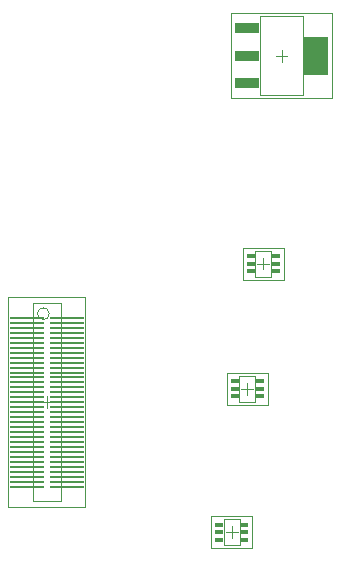
<source format=gtp>
G04 Layer_Color=8421504*
%FSLAX25Y25*%
%MOIN*%
G70*
G01*
G75*
%ADD10R,0.08268X0.03543*%
%ADD11R,0.08268X0.12598*%
%ADD12R,0.03150X0.01772*%
%ADD13R,0.11457X0.00866*%
%ADD15C,0.00394*%
%ADD16C,0.00197*%
D10*
X-52114Y169155D02*
D03*
Y160100D02*
D03*
Y151045D02*
D03*
D11*
X-28886Y160100D02*
D03*
D12*
X-61332Y3759D02*
D03*
Y1200D02*
D03*
Y-1359D02*
D03*
X-52868D02*
D03*
Y1200D02*
D03*
Y3759D02*
D03*
X-56132Y51659D02*
D03*
Y49100D02*
D03*
Y46541D02*
D03*
X-47668D02*
D03*
Y49100D02*
D03*
Y51659D02*
D03*
X-50832Y93359D02*
D03*
Y90800D02*
D03*
Y88241D02*
D03*
X-42368D02*
D03*
Y90800D02*
D03*
Y93359D02*
D03*
D13*
X-112172Y16453D02*
D03*
Y18106D02*
D03*
Y19760D02*
D03*
Y21413D02*
D03*
Y23067D02*
D03*
Y24721D02*
D03*
Y26374D02*
D03*
Y28028D02*
D03*
Y29681D02*
D03*
Y31335D02*
D03*
Y32988D02*
D03*
Y34642D02*
D03*
Y36295D02*
D03*
Y37949D02*
D03*
Y39602D02*
D03*
Y41256D02*
D03*
Y42909D02*
D03*
Y44563D02*
D03*
Y46216D02*
D03*
Y47870D02*
D03*
Y49524D02*
D03*
Y51177D02*
D03*
Y52831D02*
D03*
Y54484D02*
D03*
Y56138D02*
D03*
Y57791D02*
D03*
Y59445D02*
D03*
Y61098D02*
D03*
Y62752D02*
D03*
Y64406D02*
D03*
Y66059D02*
D03*
Y67713D02*
D03*
Y69366D02*
D03*
Y71020D02*
D03*
Y72673D02*
D03*
X-125361Y16453D02*
D03*
Y18106D02*
D03*
Y19760D02*
D03*
Y21413D02*
D03*
Y23067D02*
D03*
Y24721D02*
D03*
Y26374D02*
D03*
Y28028D02*
D03*
Y29681D02*
D03*
Y31335D02*
D03*
Y32988D02*
D03*
Y34642D02*
D03*
Y36295D02*
D03*
Y37949D02*
D03*
Y39602D02*
D03*
Y41256D02*
D03*
Y42909D02*
D03*
Y44563D02*
D03*
Y46216D02*
D03*
Y47870D02*
D03*
Y49524D02*
D03*
Y51177D02*
D03*
Y52831D02*
D03*
Y54484D02*
D03*
Y56138D02*
D03*
Y57791D02*
D03*
Y59445D02*
D03*
Y61098D02*
D03*
Y62752D02*
D03*
Y64406D02*
D03*
Y66059D02*
D03*
Y67713D02*
D03*
Y69366D02*
D03*
Y71020D02*
D03*
Y72673D02*
D03*
D15*
X-117940Y74090D02*
G03*
X-117940Y74090I-1969J0D01*
G01*
X-47783Y146911D02*
Y173289D01*
X-33217Y146911D02*
Y173289D01*
X-47783D02*
X-33217D01*
X-47783Y146911D02*
X-33217D01*
X-59758Y-3131D02*
Y5531D01*
X-54443Y-3131D02*
Y5531D01*
X-59758D02*
X-54443D01*
X-59758Y-3131D02*
X-54443D01*
X-54558Y44769D02*
Y53431D01*
X-49242Y44769D02*
Y53431D01*
X-54558D02*
X-49242D01*
X-54558Y44769D02*
X-49242D01*
X-123452Y11492D02*
X-114082D01*
X-123452Y77634D02*
X-114082D01*
Y11492D02*
Y77634D01*
X-123452Y11492D02*
Y77634D01*
X-49257Y86469D02*
Y95131D01*
X-43942Y86469D02*
Y95131D01*
X-49257D02*
X-43942D01*
X-49257Y86469D02*
X-43942D01*
X-42469Y160100D02*
X-38532D01*
X-40500Y158132D02*
Y162068D01*
X-59069Y1200D02*
X-55132D01*
X-57100Y-769D02*
Y3168D01*
X-53869Y49100D02*
X-49931D01*
X-51900Y47131D02*
Y51069D01*
X-118767Y42595D02*
Y46532D01*
X-120735Y44563D02*
X-116798D01*
X-48568Y90800D02*
X-44631D01*
X-46600Y88832D02*
Y92769D01*
D16*
X-57232Y145927D02*
Y174273D01*
X-23768Y145927D02*
Y174273D01*
X-57232D02*
X-23768D01*
X-57232Y145927D02*
X-23768D01*
X-63891Y-4115D02*
Y6515D01*
X-50309Y-4115D02*
Y6515D01*
X-63891D02*
X-50309D01*
X-63891Y-4115D02*
X-50309D01*
X-58691Y43785D02*
Y54415D01*
X-45109Y43785D02*
Y54415D01*
X-58691D02*
X-45109D01*
X-58691Y43785D02*
X-45109D01*
X-131562Y9524D02*
X-105972D01*
X-131562Y79602D02*
X-105972D01*
Y9524D02*
Y79602D01*
X-131562Y9524D02*
Y79602D01*
X-53391Y85485D02*
Y96115D01*
X-39809Y85485D02*
Y96115D01*
X-53391D02*
X-39809D01*
X-53391Y85485D02*
X-39809D01*
M02*

</source>
